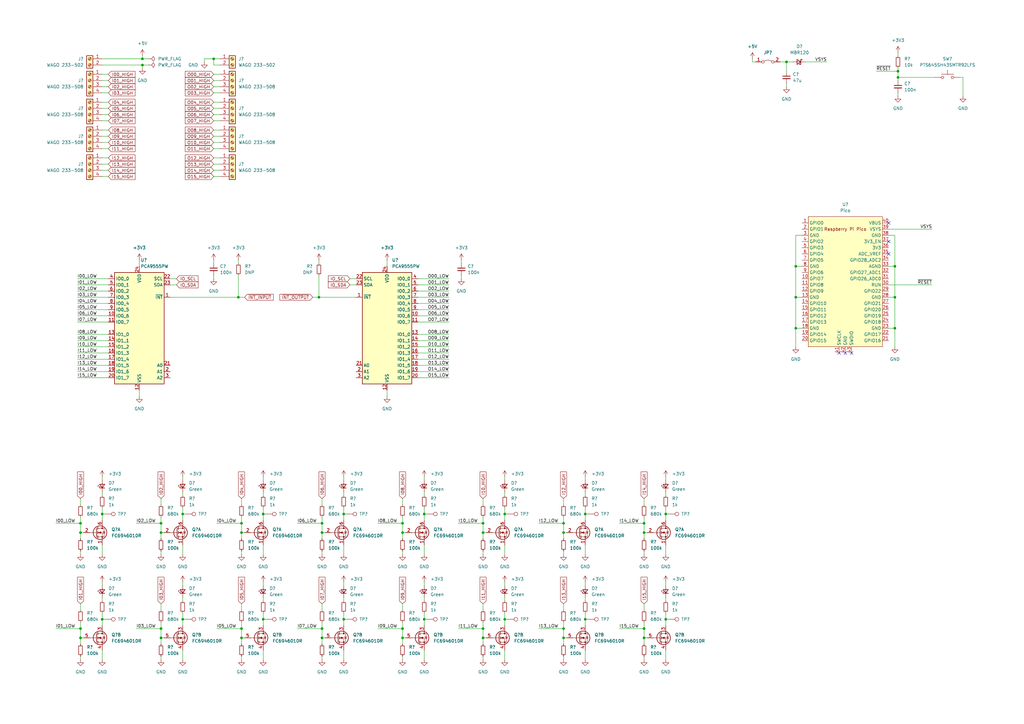
<source format=kicad_sch>
(kicad_sch (version 20211123) (generator eeschema)
  (paper "A3")
  (title_block (title "Poppy Logic Controller - IO Board") (date "2022-04-01") (rev "Unreleased"))
  (junction (at 173.99 254))
  (junction (at 231.14 257.81))
  (junction (at 367.03 134.62))
  (junction (at 107.95 210.82))
  (junction (at 273.05 254))
  (junction (at 66.04 218.44))
  (junction (at 132.08 257.81))
  (junction (at 132.08 214.63))
  (junction (at 198.12 218.44))
  (junction (at 66.04 257.81))
  (junction (at 87.63 24.13))
  (junction (at 273.05 210.82))
  (junction (at 130.81 121.92))
  (junction (at 165.1 257.81))
  (junction (at 99.06 218.44))
  (junction (at 240.03 210.82))
  (junction (at 140.97 210.82))
  (junction (at 97.79 121.92))
  (junction (at 132.08 218.44))
  (junction (at 132.08 261.62))
  (junction (at 165.1 261.62))
  (junction (at 33.02 214.63))
  (junction (at 140.97 254))
  (junction (at 231.14 214.63))
  (junction (at 240.03 254))
  (junction (at 198.12 257.81))
  (junction (at 107.95 254))
  (junction (at 33.02 218.44))
  (junction (at 58.42 24.13))
  (junction (at 74.93 210.82))
  (junction (at 264.16 261.62))
  (junction (at 165.1 218.44))
  (junction (at 33.02 257.81))
  (junction (at 198.12 214.63))
  (junction (at 231.14 261.62))
  (junction (at 264.16 257.81))
  (junction (at 231.14 218.44))
  (junction (at 326.39 134.62))
  (junction (at 66.04 214.63))
  (junction (at 41.91 210.82))
  (junction (at 264.16 214.63))
  (junction (at 58.42 26.67))
  (junction (at 326.39 109.22))
  (junction (at 367.03 121.92))
  (junction (at 74.93 254))
  (junction (at 368.3 31.75))
  (junction (at 66.04 261.62))
  (junction (at 264.16 218.44))
  (junction (at 99.06 214.63))
  (junction (at 326.39 121.92))
  (junction (at 173.99 210.82))
  (junction (at 33.02 261.62))
  (junction (at 99.06 261.62))
  (junction (at 322.58 25.4))
  (junction (at 207.01 210.82))
  (junction (at 41.91 254))
  (junction (at 198.12 261.62))
  (junction (at 367.03 109.22))
  (junction (at 165.1 214.63))
  (junction (at 207.01 254))
  (junction (at 99.06 257.81))
  (junction (at 368.3 29.21))
  (no_connect (at 364.49 91.44))
  (no_connect (at 349.25 144.78))
  (no_connect (at 344.17 144.78))
  (no_connect (at 346.71 144.78))
  (no_connect (at 364.49 99.06))
  (no_connect (at 364.49 104.14))
  (wire (pts (xy 326.39 96.52) (xy 326.39 109.22)))
  (wire (pts (xy 132.08 247.65) (xy 132.08 250.19)))
  (wire (pts (xy 173.99 254) (xy 173.99 256.54)))
  (wire (pts (xy 264.16 218.44) (xy 264.16 220.98)))
  (wire (pts (xy 31.75 132.08) (xy 44.45 132.08)))
  (wire (pts (xy 171.45 132.08) (xy 184.15 132.08)))
  (wire (pts (xy 97.79 113.03) (xy 97.79 121.92)))
  (wire (pts (xy 87.63 26.67) (xy 87.63 24.13)))
  (wire (pts (xy 308.61 25.4) (xy 308.61 24.13)))
  (wire (pts (xy 198.12 204.47) (xy 198.12 207.01)))
  (wire (pts (xy 87.63 58.42) (xy 90.17 58.42)))
  (wire (pts (xy 240.03 245.11) (xy 240.03 246.38)))
  (wire (pts (xy 326.39 134.62) (xy 328.93 134.62)))
  (wire (pts (xy 264.16 247.65) (xy 264.16 250.19)))
  (wire (pts (xy 173.99 251.46) (xy 173.99 254)))
  (wire (pts (xy 171.45 119.38) (xy 184.15 119.38)))
  (wire (pts (xy 121.92 214.63) (xy 132.08 214.63)))
  (wire (pts (xy 309.88 25.4) (xy 308.61 25.4)))
  (wire (pts (xy 41.91 208.28) (xy 41.91 210.82)))
  (wire (pts (xy 66.04 214.63) (xy 66.04 218.44)))
  (wire (pts (xy 41.91 26.67) (xy 58.42 26.67)))
  (wire (pts (xy 99.06 226.06) (xy 99.06 227.33)))
  (wire (pts (xy 231.14 261.62) (xy 231.14 264.16)))
  (wire (pts (xy 121.92 257.81) (xy 132.08 257.81)))
  (wire (pts (xy 171.45 116.84) (xy 184.15 116.84)))
  (wire (pts (xy 99.06 261.62) (xy 99.06 264.16)))
  (wire (pts (xy 130.81 121.92) (xy 146.05 121.92)))
  (wire (pts (xy 132.08 226.06) (xy 132.08 227.33)))
  (wire (pts (xy 140.97 251.46) (xy 140.97 254)))
  (wire (pts (xy 171.45 121.92) (xy 184.15 121.92)))
  (wire (pts (xy 240.03 254) (xy 240.03 256.54)))
  (wire (pts (xy 31.75 152.4) (xy 44.45 152.4)))
  (wire (pts (xy 368.3 31.75) (xy 368.3 33.02)))
  (wire (pts (xy 33.02 269.24) (xy 33.02 270.51)))
  (wire (pts (xy 66.04 255.27) (xy 66.04 257.81)))
  (wire (pts (xy 74.93 254) (xy 74.93 256.54)))
  (wire (pts (xy 326.39 121.92) (xy 326.39 134.62)))
  (wire (pts (xy 58.42 24.13) (xy 60.96 24.13)))
  (wire (pts (xy 41.91 55.88) (xy 44.45 55.88)))
  (wire (pts (xy 41.91 38.1) (xy 44.45 38.1)))
  (wire (pts (xy 74.93 195.58) (xy 74.93 196.85)))
  (wire (pts (xy 173.99 208.28) (xy 173.99 210.82)))
  (wire (pts (xy 173.99 201.93) (xy 173.99 203.2)))
  (wire (pts (xy 364.49 121.92) (xy 367.03 121.92)))
  (wire (pts (xy 171.45 144.78) (xy 184.15 144.78)))
  (wire (pts (xy 140.97 254) (xy 142.24 254)))
  (wire (pts (xy 66.04 226.06) (xy 66.04 227.33)))
  (wire (pts (xy 31.75 121.92) (xy 44.45 121.92)))
  (wire (pts (xy 69.85 114.3) (xy 72.39 114.3)))
  (wire (pts (xy 367.03 96.52) (xy 367.03 109.22)))
  (wire (pts (xy 367.03 121.92) (xy 367.03 134.62)))
  (wire (pts (xy 264.16 214.63) (xy 264.16 218.44)))
  (wire (pts (xy 198.12 261.62) (xy 199.39 261.62)))
  (wire (pts (xy 31.75 124.46) (xy 44.45 124.46)))
  (wire (pts (xy 207.01 251.46) (xy 207.01 254)))
  (wire (pts (xy 264.16 261.62) (xy 264.16 264.16)))
  (wire (pts (xy 88.9 257.81) (xy 99.06 257.81)))
  (wire (pts (xy 171.45 139.7) (xy 184.15 139.7)))
  (wire (pts (xy 394.97 39.37) (xy 394.97 31.75)))
  (wire (pts (xy 55.88 257.81) (xy 66.04 257.81)))
  (wire (pts (xy 41.91 238.76) (xy 41.91 240.03)))
  (wire (pts (xy 74.93 210.82) (xy 74.93 213.36)))
  (wire (pts (xy 240.03 210.82) (xy 240.03 213.36)))
  (wire (pts (xy 22.86 257.81) (xy 33.02 257.81)))
  (wire (pts (xy 41.91 266.7) (xy 41.91 270.51)))
  (wire (pts (xy 198.12 226.06) (xy 198.12 227.33)))
  (wire (pts (xy 140.97 201.93) (xy 140.97 203.2)))
  (wire (pts (xy 146.05 114.3) (xy 143.51 114.3)))
  (wire (pts (xy 322.58 25.4) (xy 325.12 25.4)))
  (wire (pts (xy 87.63 69.85) (xy 90.17 69.85)))
  (wire (pts (xy 33.02 204.47) (xy 33.02 207.01)))
  (wire (pts (xy 171.45 137.16) (xy 184.15 137.16)))
  (wire (pts (xy 66.04 204.47) (xy 66.04 207.01)))
  (wire (pts (xy 74.93 210.82) (xy 76.2 210.82)))
  (wire (pts (xy 66.04 257.81) (xy 66.04 261.62)))
  (wire (pts (xy 273.05 254) (xy 273.05 256.54)))
  (wire (pts (xy 99.06 214.63) (xy 99.06 218.44)))
  (wire (pts (xy 107.95 223.52) (xy 107.95 227.33)))
  (wire (pts (xy 198.12 218.44) (xy 198.12 220.98)))
  (wire (pts (xy 87.63 38.1) (xy 90.17 38.1)))
  (wire (pts (xy 41.91 33.02) (xy 44.45 33.02)))
  (wire (pts (xy 132.08 214.63) (xy 132.08 218.44)))
  (wire (pts (xy 364.49 96.52) (xy 367.03 96.52)))
  (wire (pts (xy 320.04 25.4) (xy 322.58 25.4)))
  (wire (pts (xy 33.02 226.06) (xy 33.02 227.33)))
  (wire (pts (xy 99.06 261.62) (xy 100.33 261.62)))
  (wire (pts (xy 173.99 223.52) (xy 173.99 227.33)))
  (wire (pts (xy 33.02 218.44) (xy 34.29 218.44)))
  (wire (pts (xy 165.1 214.63) (xy 165.1 218.44)))
  (wire (pts (xy 273.05 245.11) (xy 273.05 246.38)))
  (wire (pts (xy 57.15 160.02) (xy 57.15 162.56)))
  (wire (pts (xy 165.1 226.06) (xy 165.1 227.33)))
  (wire (pts (xy 87.63 44.45) (xy 90.17 44.45)))
  (wire (pts (xy 74.93 208.28) (xy 74.93 210.82)))
  (wire (pts (xy 240.03 223.52) (xy 240.03 227.33)))
  (wire (pts (xy 240.03 208.28) (xy 240.03 210.82)))
  (wire (pts (xy 87.63 26.67) (xy 90.17 26.67)))
  (wire (pts (xy 41.91 251.46) (xy 41.91 254)))
  (wire (pts (xy 41.91 210.82) (xy 43.18 210.82)))
  (wire (pts (xy 107.95 245.11) (xy 107.95 246.38)))
  (wire (pts (xy 41.91 46.99) (xy 44.45 46.99)))
  (wire (pts (xy 31.75 129.54) (xy 44.45 129.54)))
  (wire (pts (xy 31.75 119.38) (xy 44.45 119.38)))
  (wire (pts (xy 231.14 257.81) (xy 231.14 261.62)))
  (wire (pts (xy 364.49 134.62) (xy 367.03 134.62)))
  (wire (pts (xy 207.01 210.82) (xy 208.28 210.82)))
  (wire (pts (xy 87.63 113.03) (xy 87.63 114.3)))
  (wire (pts (xy 66.04 247.65) (xy 66.04 250.19)))
  (wire (pts (xy 189.23 106.68) (xy 189.23 107.95)))
  (wire (pts (xy 66.04 218.44) (xy 67.31 218.44)))
  (wire (pts (xy 132.08 257.81) (xy 132.08 261.62)))
  (wire (pts (xy 173.99 210.82) (xy 175.26 210.82)))
  (wire (pts (xy 66.04 261.62) (xy 66.04 264.16)))
  (wire (pts (xy 198.12 247.65) (xy 198.12 250.19)))
  (wire (pts (xy 132.08 261.62) (xy 132.08 264.16)))
  (wire (pts (xy 31.75 114.3) (xy 44.45 114.3)))
  (wire (pts (xy 264.16 255.27) (xy 264.16 257.81)))
  (wire (pts (xy 132.08 218.44) (xy 133.35 218.44)))
  (wire (pts (xy 33.02 247.65) (xy 33.02 250.19)))
  (wire (pts (xy 41.91 24.13) (xy 58.42 24.13)))
  (wire (pts (xy 107.95 254) (xy 107.95 256.54)))
  (wire (pts (xy 158.75 106.68) (xy 158.75 109.22)))
  (wire (pts (xy 99.06 204.47) (xy 99.06 207.01)))
  (wire (pts (xy 66.04 261.62) (xy 67.31 261.62)))
  (wire (pts (xy 240.03 266.7) (xy 240.03 270.51)))
  (wire (pts (xy 107.95 195.58) (xy 107.95 196.85)))
  (wire (pts (xy 74.93 245.11) (xy 74.93 246.38)))
  (wire (pts (xy 198.12 261.62) (xy 198.12 264.16)))
  (wire (pts (xy 231.14 247.65) (xy 231.14 250.19)))
  (wire (pts (xy 198.12 257.81) (xy 198.12 261.62)))
  (wire (pts (xy 99.06 257.81) (xy 99.06 261.62)))
  (wire (pts (xy 198.12 255.27) (xy 198.12 257.81)))
  (wire (pts (xy 31.75 142.24) (xy 44.45 142.24)))
  (wire (pts (xy 240.03 210.82) (xy 241.3 210.82)))
  (wire (pts (xy 364.49 116.84) (xy 382.27 116.84)))
  (wire (pts (xy 99.06 247.65) (xy 99.06 250.19)))
  (wire (pts (xy 198.12 214.63) (xy 198.12 218.44)))
  (wire (pts (xy 140.97 195.58) (xy 140.97 196.85)))
  (wire (pts (xy 240.03 195.58) (xy 240.03 196.85)))
  (wire (pts (xy 41.91 201.93) (xy 41.91 203.2)))
  (wire (pts (xy 231.14 218.44) (xy 231.14 220.98)))
  (wire (pts (xy 207.01 210.82) (xy 207.01 213.36)))
  (wire (pts (xy 87.63 35.56) (xy 90.17 35.56)))
  (wire (pts (xy 140.97 223.52) (xy 140.97 227.33)))
  (wire (pts (xy 165.1 204.47) (xy 165.1 207.01)))
  (wire (pts (xy 107.95 251.46) (xy 107.95 254)))
  (wire (pts (xy 97.79 121.92) (xy 100.33 121.92)))
  (wire (pts (xy 364.49 109.22) (xy 367.03 109.22)))
  (wire (pts (xy 165.1 257.81) (xy 165.1 261.62)))
  (wire (pts (xy 69.85 121.92) (xy 97.79 121.92)))
  (wire (pts (xy 41.91 210.82) (xy 41.91 213.36)))
  (wire (pts (xy 55.88 214.63) (xy 66.04 214.63)))
  (wire (pts (xy 99.06 212.09) (xy 99.06 214.63)))
  (wire (pts (xy 207.01 266.7) (xy 207.01 270.51)))
  (wire (pts (xy 130.81 106.68) (xy 130.81 107.95)))
  (wire (pts (xy 87.63 106.68) (xy 87.63 107.95)))
  (wire (pts (xy 264.16 269.24) (xy 264.16 270.51)))
  (wire (pts (xy 364.49 93.98) (xy 382.27 93.98)))
  (wire (pts (xy 198.12 269.24) (xy 198.12 270.51)))
  (wire (pts (xy 165.1 212.09) (xy 165.1 214.63)))
  (wire (pts (xy 273.05 238.76) (xy 273.05 240.03)))
  (wire (pts (xy 97.79 106.68) (xy 97.79 107.95)))
  (wire (pts (xy 264.16 257.81) (xy 264.16 261.62)))
  (wire (pts (xy 41.91 30.48) (xy 44.45 30.48)))
  (wire (pts (xy 74.93 254) (xy 76.2 254)))
  (wire (pts (xy 87.63 64.77) (xy 90.17 64.77)))
  (wire (pts (xy 33.02 255.27) (xy 33.02 257.81)))
  (wire (pts (xy 41.91 72.39) (xy 44.45 72.39)))
  (wire (pts (xy 273.05 195.58) (xy 273.05 196.85)))
  (wire (pts (xy 33.02 212.09) (xy 33.02 214.63)))
  (wire (pts (xy 41.91 195.58) (xy 41.91 196.85)))
  (wire (pts (xy 368.3 27.94) (xy 368.3 29.21)))
  (wire (pts (xy 273.05 266.7) (xy 273.05 270.51)))
  (wire (pts (xy 231.14 261.62) (xy 232.41 261.62)))
  (wire (pts (xy 99.06 269.24) (xy 99.06 270.51)))
  (wire (pts (xy 87.63 72.39) (xy 90.17 72.39)))
  (wire (pts (xy 322.58 25.4) (xy 322.58 29.21)))
  (wire (pts (xy 88.9 214.63) (xy 99.06 214.63)))
  (wire (pts (xy 158.75 160.02) (xy 158.75 162.56)))
  (wire (pts (xy 41.91 35.56) (xy 44.45 35.56)))
  (wire (pts (xy 41.91 41.91) (xy 44.45 41.91)))
  (wire (pts (xy 132.08 218.44) (xy 132.08 220.98)))
  (wire (pts (xy 165.1 218.44) (xy 166.37 218.44)))
  (wire (pts (xy 140.97 208.28) (xy 140.97 210.82)))
  (wire (pts (xy 273.05 210.82) (xy 273.05 213.36)))
  (wire (pts (xy 132.08 255.27) (xy 132.08 257.81)))
  (wire (pts (xy 165.1 218.44) (xy 165.1 220.98)))
  (wire (pts (xy 69.85 116.84) (xy 72.39 116.84)))
  (wire (pts (xy 130.81 113.03) (xy 130.81 121.92)))
  (wire (pts (xy 326.39 109.22) (xy 326.39 121.92)))
  (wire (pts (xy 41.91 223.52) (xy 41.91 227.33)))
  (wire (pts (xy 140.97 238.76) (xy 140.97 240.03)))
  (wire (pts (xy 132.08 269.24) (xy 132.08 270.51)))
  (wire (pts (xy 328.93 96.52) (xy 326.39 96.52)))
  (wire (pts (xy 173.99 195.58) (xy 173.99 196.85)))
  (wire (pts (xy 264.16 261.62) (xy 265.43 261.62)))
  (wire (pts (xy 264.16 218.44) (xy 265.43 218.44)))
  (wire (pts (xy 231.14 226.06) (xy 231.14 227.33)))
  (wire (pts (xy 107.95 266.7) (xy 107.95 270.51)))
  (wire (pts (xy 87.63 46.99) (xy 90.17 46.99)))
  (wire (pts (xy 273.05 201.93) (xy 273.05 203.2)))
  (wire (pts (xy 74.93 251.46) (xy 74.93 254)))
  (wire (pts (xy 107.95 210.82) (xy 107.95 213.36)))
  (wire (pts (xy 368.3 38.1) (xy 368.3 39.37)))
  (wire (pts (xy 173.99 266.7) (xy 173.99 270.51)))
  (wire (pts (xy 207.01 238.76) (xy 207.01 240.03)))
  (wire (pts (xy 171.45 127) (xy 184.15 127)))
  (wire (pts (xy 171.45 114.3) (xy 184.15 114.3)))
  (wire (pts (xy 207.01 201.93) (xy 207.01 203.2)))
  (wire (pts (xy 231.14 218.44) (xy 232.41 218.44)))
  (wire (pts (xy 359.41 29.21) (xy 368.3 29.21)))
  (wire (pts (xy 41.91 49.53) (xy 44.45 49.53)))
  (wire (pts (xy 240.03 238.76) (xy 240.03 240.03)))
  (wire (pts (xy 74.93 266.7) (xy 74.93 270.51)))
  (wire (pts (xy 207.01 254) (xy 208.28 254)))
  (wire (pts (xy 171.45 129.54) (xy 184.15 129.54)))
  (wire (pts (xy 154.94 257.81) (xy 165.1 257.81)))
  (wire (pts (xy 207.01 254) (xy 207.01 256.54)))
  (wire (pts (xy 173.99 254) (xy 175.26 254)))
  (wire (pts (xy 173.99 210.82) (xy 173.99 213.36)))
  (wire (pts (xy 132.08 212.09) (xy 132.08 214.63)))
  (wire (pts (xy 326.39 109.22) (xy 328.93 109.22)))
  (wire (pts (xy 330.2 25.4) (xy 339.09 25.4)))
  (wire (pts (xy 33.02 261.62) (xy 34.29 261.62)))
  (wire (pts (xy 74.93 223.52) (xy 74.93 227.33)))
  (wire (pts (xy 240.03 254) (xy 241.3 254)))
  (wire (pts (xy 31.75 144.78) (xy 44.45 144.78)))
  (wire (pts (xy 87.63 49.53) (xy 90.17 49.53)))
  (wire (pts (xy 165.1 269.24) (xy 165.1 270.51)))
  (wire (pts (xy 58.42 26.67) (xy 58.42 27.94)))
  (wire (pts (xy 99.06 255.27) (xy 99.06 257.81)))
  (wire (pts (xy 83.82 24.13) (xy 83.82 25.4)))
  (wire (pts (xy 231.14 255.27) (xy 231.14 257.81)))
  (wire (pts (xy 231.14 269.24) (xy 231.14 270.51)))
  (wire (pts (xy 264.16 226.06) (xy 264.16 227.33)))
  (wire (pts (xy 87.63 24.13) (xy 90.17 24.13)))
  (wire (pts (xy 264.16 212.09) (xy 264.16 214.63)))
  (wire (pts (xy 140.97 210.82) (xy 140.97 213.36)))
  (wire (pts (xy 198.12 218.44) (xy 199.39 218.44)))
  (wire (pts (xy 22.86 214.63) (xy 33.02 214.63)))
  (wire (pts (xy 231.14 214.63) (xy 231.14 218.44)))
  (wire (pts (xy 107.95 201.93) (xy 107.95 203.2)))
  (wire (pts (xy 207.01 195.58) (xy 207.01 196.85)))
  (wire (pts (xy 132.08 261.62) (xy 133.35 261.62)))
  (wire (pts (xy 198.12 212.09) (xy 198.12 214.63)))
  (wire (pts (xy 87.63 30.48) (xy 90.17 30.48)))
  (wire (pts (xy 240.03 251.46) (xy 240.03 254)))
  (wire (pts (xy 264.16 204.47) (xy 264.16 207.01)))
  (wire (pts (xy 31.75 137.16) (xy 44.45 137.16)))
  (wire (pts (xy 41.91 67.31) (xy 44.45 67.31)))
  (wire (pts (xy 132.08 204.47) (xy 132.08 207.01)))
  (wire (pts (xy 173.99 245.11) (xy 173.99 246.38)))
  (wire (pts (xy 87.63 67.31) (xy 90.17 67.31)))
  (wire (pts (xy 220.98 214.63) (xy 231.14 214.63)))
  (wire (pts (xy 189.23 113.03) (xy 189.23 114.3)))
  (wire (pts (xy 41.91 254) (xy 41.91 256.54)))
  (wire (pts (xy 187.96 257.81) (xy 198.12 257.81)))
  (wire (pts (xy 33.02 218.44) (xy 33.02 220.98)))
  (wire (pts (xy 171.45 149.86) (xy 184.15 149.86)))
  (wire (pts (xy 87.63 24.13) (xy 83.82 24.13)))
  (wire (pts (xy 41.91 58.42) (xy 44.45 58.42)))
  (wire (pts (xy 66.04 212.09) (xy 66.04 214.63)))
  (wire (pts (xy 326.39 121.92) (xy 328.93 121.92)))
  (wire (pts (xy 326.39 134.62) (xy 326.39 142.24)))
  (wire (pts (xy 254 257.81) (xy 264.16 257.81)))
  (wire (pts (xy 107.95 208.28) (xy 107.95 210.82)))
  (wire (pts (xy 368.3 21.59) (xy 368.3 22.86)))
  (wire (pts (xy 41.91 44.45) (xy 44.45 44.45)))
  (wire (pts (xy 187.96 214.63) (xy 198.12 214.63)))
  (wire (pts (xy 140.97 266.7) (xy 140.97 270.51)))
  (wire (pts (xy 165.1 261.62) (xy 166.37 261.62)))
  (wire (pts (xy 31.75 149.86) (xy 44.45 149.86)))
  (wire (pts (xy 171.45 147.32) (xy 184.15 147.32)))
  (wire (pts (xy 99.06 218.44) (xy 100.33 218.44)))
  (wire (pts (xy 140.97 245.11) (xy 140.97 246.38)))
  (wire (pts (xy 87.63 33.02) (xy 90.17 33.02)))
  (wire (pts (xy 171.45 124.46) (xy 184.15 124.46)))
  (wire (pts (xy 87.63 41.91) (xy 90.17 41.91)))
  (wire (pts (xy 207.01 223.52) (xy 207.01 227.33)))
  (wire (pts (xy 107.95 238.76) (xy 107.95 240.03)))
  (wire (pts (xy 31.75 116.84) (xy 44.45 116.84)))
  (wire (pts (xy 31.75 127) (xy 44.45 127)))
  (wire (pts (xy 322.58 34.29) (xy 322.58 35.56)))
  (wire (pts (xy 240.03 201.93) (xy 240.03 203.2)))
  (wire (pts (xy 154.94 214.63) (xy 165.1 214.63)))
  (wire (pts (xy 31.75 139.7) (xy 44.45 139.7)))
  (wire (pts (xy 41.91 60.96) (xy 44.45 60.96)))
  (wire (pts (xy 368.3 29.21) (xy 368.3 31.75)))
  (wire (pts (xy 41.91 245.11) (xy 41.91 246.38)))
  (wire (pts (xy 254 214.63) (xy 264.16 214.63)))
  (wire (pts (xy 231.14 204.47) (xy 231.14 207.01)))
  (wire (pts (xy 31.75 154.94) (xy 44.45 154.94)))
  (wire (pts (xy 368.3 31.75) (xy 383.54 31.75)))
  (wire (pts (xy 74.93 238.76) (xy 74.93 240.03)))
  (wire (pts (xy 33.02 257.81) (xy 33.02 261.62)))
  (wire (pts (xy 231.14 212.09) (xy 231.14 214.63)))
  (wire (pts (xy 99.06 218.44) (xy 99.06 220.98)))
  (wire (pts (xy 87.63 53.34) (xy 90.17 53.34)))
  (wire (pts (xy 31.75 147.32) (xy 44.45 147.32)))
  (wire (pts (xy 171.45 152.4) (xy 184.15 152.4)))
  (wire (pts (xy 165.1 247.65) (xy 165.1 250.19)))
  (wire (pts (xy 220.98 257.81) (xy 231.14 257.81)))
  (wire (pts (xy 394.97 31.75) (xy 393.7 31.75)))
  (wire (pts (xy 207.01 208.28) (xy 207.01 210.82)))
  (wire (pts (xy 140.97 254) (xy 140.97 256.54)))
  (wire (pts (xy 128.27 121.92) (xy 130.81 121.92)))
  (wire (pts (xy 273.05 210.82) (xy 274.32 210.82)))
  (wire (pts (xy 57.15 106.68) (xy 57.15 109.22)))
  (wire (pts (xy 165.1 261.62) (xy 165.1 264.16)))
  (wire (pts (xy 41.91 69.85) (xy 44.45 69.85)))
  (wire (pts (xy 58.42 26.67) (xy 60.96 26.67)))
  (wire (pts (xy 273.05 254) (xy 274.32 254)))
  (wire (pts (xy 367.03 134.62) (xy 367.03 142.24)))
  (wire (pts (xy 107.95 210.82) (xy 109.22 210.82)))
  (wire (pts (xy 207.01 245.11) (xy 207.01 246.38)))
  (wire (pts (xy 273.05 223.52) (xy 273.05 227.33)))
  (wire (pts (xy 41.91 53.34) (xy 44.45 53.34)))
  (wire (pts (xy 33.02 261.62) (xy 33.02 264.16)))
  (wire (pts (xy 74.93 201.93) (xy 74.93 203.2)))
  (wire (pts (xy 58.42 22.86) (xy 58.42 24.13)))
  (wire (pts (xy 87.63 60.96) (xy 90.17 60.96)))
  (wire (pts (xy 367.03 109.22) (xy 367.03 121.92)))
  (wire (pts (xy 165.1 255.27) (xy 165.1 257.81)))
  (wire (pts (xy 41.91 254) (xy 43.18 254)))
  (wire (pts (xy 66.04 269.24) (xy 66.04 270.51)))
  (wire (pts (xy 140.97 210.82) (xy 142.24 210.82)))
  (wire (pts (xy 273.05 208.28) (xy 273.05 210.82)))
  (wire (pts (xy 171.45 142.24) (xy 184.15 142.24)))
  (wire (pts (xy 171.45 154.94) (xy 184.15 154.94)))
  (wire (pts (xy 87.63 55.88) (xy 90.17 55.88)))
  (wire (pts (xy 107.95 254) (xy 109.22 254)))
  (wire (pts (xy 146.05 116.84) (xy 143.51 116.84)))
  (wire (pts (xy 41.91 64.77) (xy 44.45 64.77)))
  (wire (pts (xy 66.04 218.44) (xy 66.04 220.98)))
  (wire (pts (xy 173.99 238.76) (xy 173.99 240.03)))
  (wire (pts (xy 33.02 214.63) (xy 33.02 218.44)))
  (wire (pts (xy 273.05 251.46) (xy 273.05 254)))
  (label "O01_LOW" (at 184.15 116.84 180))
  (label "O03_LOW" (at 184.15 121.92 180))
  (label "O07_LOW" (at 184.15 132.08 180))
  (label "I03_LOW" (at 55.88 257.81 0))
  (label "I07_LOW" (at 121.92 257.81 0))
  (label "O15_LOW" (at 184.15 154.94 180))
  (label "I01_LOW" (at 31.75 116.84 0))
  (label "I12_LOW" (at 31.75 147.32 0))
  (label "~{RESET}" (at 359.41 29.21 0))
  (label "O00_LOW" (at 184.15 114.3 180))
  (label "O08_LOW" (at 184.15 137.16 180))
  (label "I08_LOW" (at 154.94 214.63 0))
  (label "I02_LOW" (at 31.75 119.38 0))
  (label "O10_LOW" (at 184.15 142.24 180))
  (label "I15_LOW" (at 254 257.81 0))
  (label "I04_LOW" (at 31.75 124.46 0))
  (label "O12_LOW" (at 184.15 147.32 180))
  (label "O11_LOW" (at 184.15 144.78 180))
  (label "I14_LOW" (at 31.75 152.4 0))
  (label "I00_LOW" (at 31.75 114.3 0))
  (label "I10_LOW" (at 31.75 142.24 0))
  (label "I11_LOW" (at 187.96 257.81 0))
  (label "I02_LOW" (at 55.88 214.63 0))
  (label "I03_LOW" (at 31.75 121.92 0))
  (label "I09_LOW" (at 154.94 257.81 0))
  (label "O05_LOW" (at 184.15 127 180))
  (label "I13_LOW" (at 220.98 257.81 0))
  (label "I06_LOW" (at 121.92 214.63 0))
  (label "O06_LOW" (at 184.15 129.54 180))
  (label "I09_LOW" (at 31.75 139.7 0))
  (label "I13_LOW" (at 31.75 149.86 0))
  (label "I01_LOW" (at 22.86 257.81 0))
  (label "O13_LOW" (at 184.15 149.86 180))
  (label "I07_LOW" (at 31.75 132.08 0))
  (label "I00_LOW" (at 22.86 214.63 0))
  (label "I15_LOW" (at 31.75 154.94 0))
  (label "O02_LOW" (at 184.15 119.38 180))
  (label "I06_LOW" (at 31.75 129.54 0))
  (label "O04_LOW" (at 184.15 124.46 180))
  (label "I08_LOW" (at 31.75 137.16 0))
  (label "I04_LOW" (at 88.9 214.63 0))
  (label "I05_LOW" (at 88.9 257.81 0))
  (label "I10_LOW" (at 187.96 214.63 0))
  (label "VSYS" (at 339.09 25.4 180))
  (label "I14_LOW" (at 254 214.63 0))
  (label "I11_LOW" (at 31.75 144.78 0))
  (label "O14_LOW" (at 184.15 152.4 180))
  (label "~{RESET}" (at 382.27 116.84 180))
  (label "O09_LOW" (at 184.15 139.7 180))
  (label "I05_LOW" (at 31.75 127 0))
  (label "I12_LOW" (at 220.98 214.63 0))
  (label "VSYS" (at 382.27 93.98 180))
  (global_label "O04_HIGH" (shape input) (at 87.63 41.91 180) (property "Intersheet References" "${INTERSHEET_REFS}" (effects hide)))
  (global_label "I13_HIGH" (shape input) (at 44.45 67.31 0) (property "Intersheet References" "${INTERSHEET_REFS}" (effects hide)))
  (global_label "O15_HIGH" (shape input) (at 87.63 72.39 180) (property "Intersheet References" "${INTERSHEET_REFS}" (effects hide)))
  (global_label "I15_HIGH" (shape input) (at 44.45 72.39 0) (property "Intersheet References" "${INTERSHEET_REFS}" (effects hide)))
  (global_label "I08_HIGH" (shape input) (at 44.45 53.34 0) (property "Intersheet References" "${INTERSHEET_REFS}" (effects hide)))
  (global_label "I14_HIGH" (shape input) (at 44.45 69.85 0) (property "Intersheet References" "${INTERSHEET_REFS}" (effects hide)))
  (global_label "I00_HIGH" (shape input) (at 33.02 204.47 90) (property "Intersheet References" "${INTERSHEET_REFS}" (effects hide)))
  (global_label "I15_HIGH" (shape input) (at 264.16 247.65 90) (property "Intersheet References" "${INTERSHEET_REFS}" (effects hide)))
  (global_label "O14_HIGH" (shape input) (at 87.63 69.85 180) (property "Intersheet References" "${INTERSHEET_REFS}" (effects hide)))
  (global_label "O01_HIGH" (shape input) (at 87.63 33.02 180) (property "Intersheet References" "${INTERSHEET_REFS}" (effects hide)))
  (global_label "O09_HIGH" (shape input) (at 87.63 55.88 180) (property "Intersheet References" "${INTERSHEET_REFS}" (effects hide)))
  (global_label "O00_HIGH" (shape input) (at 87.63 30.48 180) (property "Intersheet References" "${INTERSHEET_REFS}" (effects hide)))
  (global_label "I10_HIGH" (shape input) (at 44.45 58.42 0) (property "Intersheet References" "${INTERSHEET_REFS}" (effects hide)))
  (global_label "O08_HIGH" (shape input) (at 87.63 53.34 180) (property "Intersheet References" "${INTERSHEET_REFS}" (effects hide)))
  (global_label "O07_HIGH" (shape input) (at 87.63 49.53 180) (property "Intersheet References" "${INTERSHEET_REFS}" (effects hide)))
  (global_label "~{INT_INPUT}" (shape input) (at 100.33 121.92 0) (property "Intersheet References" "${INTERSHEET_REFS}" (effects hide)))
  (global_label "IO_SCL" (shape input) (at 72.39 114.3 0) (property "Intersheet References" "${INTERSHEET_REFS}" (effects hide)))
  (global_label "I04_HIGH" (shape input) (at 99.06 204.47 90) (property "Intersheet References" "${INTERSHEET_REFS}" (effects hide)))
  (global_label "IO_SCL" (shape input) (at 143.51 114.3 180) (property "Intersheet References" "${INTERSHEET_REFS}" (effects hide)))
  (global_label "I05_HIGH" (shape input) (at 99.06 247.65 90) (property "Intersheet References" "${INTERSHEET_REFS}" (effects hide)))
  (global_label "I06_HIGH" (shape input) (at 44.45 46.99 0) (property "Intersheet References" "${INTERSHEET_REFS}" (effects hide)))
  (global_label "I00_HIGH" (shape input) (at 44.45 30.48 0) (property "Intersheet References" "${INTERSHEET_REFS}" (effects hide)))
  (global_label "I03_HIGH" (shape input) (at 66.04 247.65 90) (property "Intersheet References" "${INTERSHEET_REFS}" (effects hide)))
  (global_label "I02_HIGH" (shape input) (at 44.45 35.56 0) (property "Intersheet References" "${INTERSHEET_REFS}" (effects hide)))
  (global_label "I07_HIGH" (shape input) (at 132.08 247.65 90) (property "Intersheet References" "${INTERSHEET_REFS}" (effects hide)))
  (global_label "I09_HIGH" (shape input) (at 44.45 55.88 0) (property "Intersheet References" "${INTERSHEET_REFS}" (effects hide)))
  (global_label "IO_SDA" (shape input) (at 72.39 116.84 0) (property "Intersheet References" "${INTERSHEET_REFS}" (effects hide)))
  (global_label "I09_HIGH" (shape input) (at 165.1 247.65 90) (property "Intersheet References" "${INTERSHEET_REFS}" (effects hide)))
  (global_label "I02_HIGH" (shape input) (at 66.04 204.47 90) (property "Intersheet References" "${INTERSHEET_REFS}" (effects hide)))
  (global_label "O03_HIGH" (shape input) (at 87.63 38.1 180) (property "Intersheet References" "${INTERSHEET_REFS}" (effects hide)))
  (global_label "IO_SDA" (shape input) (at 143.51 116.84 180) (property "Intersheet References" "${INTERSHEET_REFS}" (effects hide)))
  (global_label "I04_HIGH" (shape input) (at 44.45 41.91 0) (property "Intersheet References" "${INTERSHEET_REFS}" (effects hide)))
  (global_label "I07_HIGH" (shape input) (at 44.45 49.53 0) (property "Intersheet References" "${INTERSHEET_REFS}" (effects hide)))
  (global_label "O13_HIGH" (shape input) (at 87.63 67.31 180) (property "Intersheet References" "${INTERSHEET_REFS}" (effects hide)))
  (global_label "I01_HIGH" (shape input) (at 33.02 247.65 90) (property "Intersheet References" "${INTERSHEET_REFS}" (effects hide)))
  (global_label "I14_HIGH" (shape input) (at 264.16 204.47 90) (property "Intersheet References" "${INTERSHEET_REFS}" (effects hide)))
  (global_label "I01_HIGH" (shape input) (at 44.45 33.02 0) (property "Intersheet References" "${INTERSHEET_REFS}" (effects hide)))
  (global_label "O05_HIGH" (shape input) (at 87.63 44.45 180) (property "Intersheet References" "${INTERSHEET_REFS}" (effects hide)))
  (global_label "I06_HIGH" (shape input) (at 132.08 204.47 90) (property "Intersheet References" "${INTERSHEET_REFS}" (effects hide)))
  (global_label "O10_HIGH" (shape input) (at 87.63 58.42 180) (property "Intersheet References" "${INTERSHEET_REFS}" (effects hide)))
  (global_label "I12_HIGH" (shape input) (at 231.14 204.47 90) (property "Intersheet References" "${INTERSHEET_REFS}" (effects hide)))
  (global_label "I08_HIGH" (shape input) (at 165.1 204.47 90) (property "Intersheet References" "${INTERSHEET_REFS}" (effects hide)))
  (global_label "O06_HIGH" (shape input) (at 87.63 46.99 180) (property "Intersheet References" "${INTERSHEET_REFS}" (effects hide)))
  (global_label "O02_HIGH" (shape input) (at 87.63 35.56 180) (property "Intersheet References" "${INTERSHEET_REFS}" (effects hide)))
  (global_label "I12_HIGH" (shape input) (at 44.45 64.77 0) (property "Intersheet References" "${INTERSHEET_REFS}" (effects hide)))
  (global_label "I03_HIGH" (shape input) (at 44.45 38.1 0) (property "Intersheet References" "${INTERSHEET_REFS}" (effects hide)))
  (global_label "O12_HIGH" (shape input) (at 87.63 64.77 180) (property "Intersheet References" "${INTERSHEET_REFS}" (effects hide)))
  (global_label "I05_HIGH" (shape input) (at 44.45 44.45 0) (property "Intersheet References" "${INTERSHEET_REFS}" (effects hide)))
  (global_label "~{INT_OUTPUT}" (shape input) (at 128.27 121.92 180) (property "Intersheet References" "${INTERSHEET_REFS}" (effects hide)))
  (global_label "I11_HIGH" (shape input) (at 198.12 247.65 90) (property "Intersheet References" "${INTERSHEET_REFS}" (effects hide)))
  (global_label "I11_HIGH" (shape input) (at 44.45 60.96 0) (property "Intersheet References" "${INTERSHEET_REFS}" (effects hide)))
  (global_label "I13_HIGH" (shape input) (at 231.14 247.65 90) (property "Intersheet References" "${INTERSHEET_REFS}" (effects hide)))
  (global_label "I10_HIGH" (shape input) (at 198.12 204.47 90) (property "Intersheet References" "${INTERSHEET_REFS}" (effects hide)))
  (global_label "O11_HIGH" (shape input) (at 87.63 60.96 180) (property "Intersheet References" "${INTERSHEET_REFS}" (effects hide)))
  (symbol (lib_id "power:GND") (at 140.97 270.51 0) (unit 1)
    (property "Reference" "#PWR?" (effects hide))
    (property "Value" "GND" (at 140.97 275.59 0))
  )
  (symbol (lib_id "Connector:Screw_Terminal_01x04") (at 95.25 44.45 0) (unit 1)
    (property "Reference" "J?" (at 97.79 44.4499 0) (effects (justify left)))
    (property "Value" "WAGO 233-508" (at 97.79 46.9899 0) (effects (justify left)))
  )
  (symbol (lib_id "Device:R_Small") (at 231.14 209.55 0) (unit 1)
    (property "Reference" "R?" (at 233.68 208.2799 0) (effects (justify left)))
    (property "Value" "680k" (at 233.68 210.8199 0) (effects (justify left)))
  )
  (symbol (lib_id "Device:LED_Small") (at 140.97 199.39 90) (unit 1)
    (property "Reference" "D?" (at 143.51 198.12 90) (effects (justify right)))
    (property "Value" "Green" (at 143.51 200.66 90) (effects (justify right)))
  )
  (symbol (lib_id "Device:R_Small") (at 132.08 252.73 0) (unit 1)
    (property "Reference" "R?" (at 134.62 251.4599 0) (effects (justify left)))
    (property "Value" "680k" (at 134.62 253.9999 0) (effects (justify left)))
  )
  (symbol (lib_id "Device:Q_Dual_NMOS_S1G1D2S2G2D1") (at 138.43 261.62 0) (unit 2)
    (property "Reference" "Q?" (at 144.78 260.3499 0) (effects (justify left)))
    (property "Value" "FC6946010R" (at 144.78 262.8899 0) (effects (justify left)))
  )
  (symbol (lib_id "Device:R_Small") (at 41.91 205.74 0) (unit 1)
    (property "Reference" "R?" (at 44.45 204.47 0) (effects (justify left)))
    (property "Value" "1k" (at 44.45 207.01 0) (effects (justify left)))
  )
  (symbol (lib_id "Device:LED_Small") (at 173.99 242.57 90) (unit 1)
    (property "Reference" "D?" (at 176.53 241.3 90) (effects (justify right)))
    (property "Value" "Green" (at 176.53 243.84 90) (effects (justify right)))
  )
  (symbol (lib_id "power:GND") (at 158.75 162.56 0) (unit 1)
    (property "Reference" "#PWR?" (effects hide))
    (property "Value" "GND" (at 158.75 167.64 0))
  )
  (symbol (lib_id "power:GND") (at 273.05 270.51 0) (unit 1)
    (property "Reference" "#PWR?" (effects hide))
    (property "Value" "GND" (at 273.05 275.59 0))
  )
  (symbol (lib_id "Device:R_Small") (at 74.93 205.74 0) (unit 1)
    (property "Reference" "R?" (at 77.47 204.47 0) (effects (justify left)))
    (property "Value" "1k" (at 77.47 207.01 0) (effects (justify left)))
  )
  (symbol (lib_id "power:+3.3V") (at 273.05 238.76 0) (unit 1)
    (property "Reference" "#PWR?" (effects hide))
    (property "Value" "+3.3V" (at 275.59 237.49 0) (effects (justify left)))
  )
  (symbol (lib_id "power:GND") (at 264.16 270.51 0) (unit 1)
    (property "Reference" "#PWR?" (effects hide))
    (property "Value" "GND" (at 264.16 275.59 0))
  )
  (symbol (lib_id "power:GND") (at 231.14 270.51 0) (unit 1)
    (property "Reference" "#PWR?" (effects hide))
    (property "Value" "GND" (at 231.14 275.59 0))
  )
  (symbol (lib_id "Device:R_Small") (at 198.12 252.73 0) (unit 1)
    (property "Reference" "R?" (at 200.66 251.4599 0) (effects (justify left)))
    (property "Value" "680k" (at 200.66 253.9999 0) (effects (justify left)))
  )
  (symbol (lib_id "Device:R_Small") (at 165.1 223.52 0) (unit 1)
    (property "Reference" "R?" (at 167.64 222.2499 0) (effects (justify left)))
    (property "Value" "100k" (at 167.64 224.7899 0) (effects (justify left)))
  )
  (symbol (lib_id "Device:R_Small") (at 97.79 110.49 0) (unit 1)
    (property "Reference" "R?" (at 100.33 109.2199 0) (effects (justify left)))
    (property "Value" "DNP" (at 100.33 111.7599 0) (effects (justify left)))
  )
  (symbol (lib_id "Device:Q_Dual_NMOS_S1G1D2S2G2D1") (at 39.37 261.62 0) (unit 2)
    (property "Reference" "Q?" (at 45.72 260.3499 0) (effects (justify left)))
    (property "Value" "FC6946010R" (at 45.72 262.8899 0) (effects (justify left)))
  )
  (symbol (lib_id "Connector:TestPoint") (at 208.28 254 270) (unit 1)
    (property "Reference" "TP?" (at 213.36 253.9999 90) (effects (justify left)))
    (property "Value" "TestPoint" (effects hide))
  )
  (symbol (lib_id "Device:Q_Dual_NMOS_S1G1D2S2G2D1") (at 39.37 218.44 0) (unit 1)
    (property "Reference" "Q?" (at 45.72 217.1699 0) (effects (justify left)))
    (property "Value" "FC6946010R" (at 45.72 219.7099 0) (effects (justify left)))
  )
  (symbol (lib_id "Device:LED_Small") (at 207.01 242.57 90) (unit 1)
    (property "Reference" "D?" (at 209.55 241.3 90) (effects (justify right)))
    (property "Value" "Green" (at 209.55 243.84 90) (effects (justify right)))
  )
  (symbol (lib_id "Connector:Screw_Terminal_01x04") (at 95.25 55.88 0) (unit 1)
    (property "Reference" "J?" (at 97.79 55.8799 0) (effects (justify left)))
    (property "Value" "WAGO 233-508" (at 97.79 58.4199 0) (effects (justify left)))
  )
  (symbol (lib_id "Device:R_Small") (at 368.3 25.4 0) (unit 1)
    (property "Reference" "R?" (at 370.84 24.1299 0) (effects (justify left)))
    (property "Value" "10k" (at 370.84 26.6699 0) (effects (justify left)))
  )
  (symbol (lib_id "Device:R_Small") (at 41.91 248.92 0) (unit 1)
    (property "Reference" "R?" (at 44.45 247.65 0) (effects (justify left)))
    (property "Value" "1k" (at 44.45 250.19 0) (effects (justify left)))
  )
  (symbol (lib_id "power:+3.3V") (at 207.01 195.58 0) (unit 1)
    (property "Reference" "#PWR?" (effects hide))
    (property "Value" "+3.3V" (at 209.55 194.31 0) (effects (justify left)))
  )
  (symbol (lib_id "Device:Q_Dual_NMOS_S1G1D2S2G2D1") (at 171.45 218.44 0) (unit 1)
    (property "Reference" "Q?" (at 177.8 217.1699 0) (effects (justify left)))
    (property "Value" "FC6946010R" (at 177.8 219.7099 0) (effects (justify left)))
  )
  (symbol (lib_id "power:GND") (at 326.39 142.24 0) (unit 1)
    (property "Reference" "#PWR?" (effects hide))
    (property "Value" "GND" (at 326.39 147.32 0))
  )
  (symbol (lib_id "Device:R_Small") (at 33.02 266.7 0) (unit 1)
    (property "Reference" "R?" (at 35.56 265.4299 0) (effects (justify left)))
    (property "Value" "100k" (at 35.56 267.9699 0) (effects (justify left)))
  )
  (symbol (lib_id "Device:R_Small") (at 66.04 209.55 0) (unit 1)
    (property "Reference" "R?" (at 68.58 208.2799 0) (effects (justify left)))
    (property "Value" "680k" (at 68.58 210.8199 0) (effects (justify left)))
  )
  (symbol (lib_id "power:+3.3V") (at 130.81 106.68 0) (unit 1)
    (property "Reference" "#PWR?" (effects hide))
    (property "Value" "+3.3V" (at 130.81 101.6 0))
  )
  (symbol (lib_id "power:+3.3V") (at 158.75 106.68 0) (unit 1)
    (property "Reference" "#PWR?" (effects hide))
    (property "Value" "+3.3V" (at 158.75 101.6 0))
  )
  (symbol (lib_id "Device:R_Small") (at 99.06 266.7 0) (unit 1)
    (property "Reference" "R?" (at 101.6 265.4299 0) (effects (justify left)))
    (property "Value" "100k" (at 101.6 267.9699 0) (effects (justify left)))
  )
  (symbol (lib_id "Connector:TestPoint") (at 43.18 210.82 270) (unit 1)
    (property "Reference" "TP?" (at 48.26 210.8199 90) (effects (justify left)))
    (property "Value" "TestPoint" (effects hide))
  )
  (symbol (lib_id "Device:LED_Small") (at 41.91 199.39 90) (unit 1)
    (property "Reference" "D?" (at 44.45 198.12 90) (effects (justify right)))
    (property "Value" "Green" (at 44.45 200.66 90) (effects (justify right)))
  )
  (symbol (lib_id "power:GND") (at 207.01 227.33 0) (unit 1)
    (property "Reference" "#PWR?" (effects hide))
    (property "Value" "GND" (at 207.01 232.41 0))
  )
  (symbol (lib_id "power:GND") (at 189.23 114.3 0) (unit 1)
    (property "Reference" "#PWR?" (effects hide))
    (property "Value" "GND" (at 189.23 119.38 0))
  )
  (symbol (lib_id "power:+3.3V") (at 140.97 238.76 0) (unit 1)
    (property "Reference" "#PWR?" (effects hide))
    (property "Value" "+3.3V" (at 143.51 237.49 0) (effects (justify left)))
  )
  (symbol (lib_id "power:GND") (at 74.93 227.33 0) (unit 1)
    (property "Reference" "#PWR?" (effects hide))
    (property "Value" "GND" (at 74.93 232.41 0))
  )
  (symbol (lib_id "Device:Q_Dual_NMOS_S1G1D2S2G2D1") (at 270.51 261.62 0) (unit 2)
    (property "Reference" "Q?" (at 276.86 260.3499 0) (effects (justify left)))
    (property "Value" "FC6946010R" (at 276.86 262.8899 0) (effects (justify left)))
  )
  (symbol (lib_id "RPi_Pico:Pico") (at 346.71 115.57 0) (unit 1)
    (property "Reference" "U?" (at 346.71 83.82 0))
    (property "Value" "Pico" (at 346.71 86.36 0))
    (property "Footprint" "RPi_Pico:RPi_Pico_SMD_TH" (effects hide))
  )
  (symbol (lib_id "power:GND") (at 368.3 39.37 0) (unit 1)
    (property "Reference" "#PWR?" (effects hide))
    (property "Value" "~" (at 368.3 44.45 0))
  )
  (symbol (lib_id "power:GND") (at 83.82 25.4 0) (unit 1)
    (property "Reference" "#PWR?" (effects hide))
    (property "Value" "GND" (at 81.28 26.6699 0) (effects (justify right)))
  )
  (symbol (lib_id "power:GND") (at 173.99 270.51 0) (unit 1)
    (property "Reference" "#PWR?" (effects hide))
    (property "Value" "GND" (at 173.99 275.59 0))
  )
  (symbol (lib_id "Device:R_Small") (at 132.08 209.55 0) (unit 1)
    (property "Reference" "R?" (at 134.62 208.2799 0) (effects (justify left)))
    (property "Value" "680k" (at 134.62 210.8199 0) (effects (justify left)))
  )
  (symbol (lib_id "power:+3.3V") (at 41.91 238.76 0) (unit 1)
    (property "Reference" "#PWR?" (effects hide))
    (property "Value" "+3.3V" (at 44.45 237.49 0) (effects (justify left)))
  )
  (symbol (lib_id "Connector:Screw_Terminal_01x04") (at 36.83 67.31 0) (mirror y) (unit 1)
    (property "Reference" "J?" (at 34.29 67.3099 0) (effects (justify left)))
    (property "Value" "WAGO 233-508" (at 34.29 69.8499 0) (effects (justify left)))
  )
  (symbol (lib_id "power:PWR_FLAG") (at 60.96 24.13 270) (unit 1)
    (property "Reference" "#FLG?" (effects hide))
    (property "Value" "PWR_FLAG" (at 64.77 24.1299 90) (effects (justify left)))
  )
  (symbol (lib_id "Device:R_Small") (at 107.95 205.74 0) (unit 1)
    (property "Reference" "R?" (at 110.49 204.47 0) (effects (justify left)))
    (property "Value" "1k" (at 110.49 207.01 0) (effects (justify left)))
  )
  (symbol (lib_id "Device:R_Small") (at 240.03 248.92 0) (unit 1)
    (property "Reference" "R?" (at 242.57 247.65 0) (effects (justify left)))
    (property "Value" "1k" (at 242.57 250.19 0) (effects (justify left)))
  )
  (symbol (lib_id "Device:R_Small") (at 99.06 209.55 0) (unit 1)
    (property "Reference" "R?" (at 101.6 208.2799 0) (effects (justify left)))
    (property "Value" "680k" (at 101.6 210.8199 0) (effects (justify left)))
  )
  (symbol (lib_id "power:+5V") (at 58.42 22.86 0) (unit 1)
    (property "Reference" "#PWR?" (effects hide))
    (property "Value" "+5V" (at 58.42 17.78 0))
  )
  (symbol (lib_id "power:GND") (at 33.02 227.33 0) (unit 1)
    (property "Reference" "#PWR?" (effects hide))
    (property "Value" "GND" (at 33.02 232.41 0))
  )
  (symbol (lib_id "power:GND") (at 41.91 270.51 0) (unit 1)
    (property "Reference" "#PWR?" (effects hide))
    (property "Value" "GND" (at 41.91 275.59 0))
  )
  (symbol (lib_id "power:GND") (at 264.16 227.33 0) (unit 1)
    (property "Reference" "#PWR?" (effects hide))
    (property "Value" "GND" (at 264.16 232.41 0))
  )
  (symbol (lib_id "power:GND") (at 66.04 270.51 0) (unit 1)
    (property "Reference" "#PWR?" (effects hide))
    (property "Value" "GND" (at 66.04 275.59 0))
  )
  (symbol (lib_id "power:GND") (at 41.91 227.33 0) (unit 1)
    (property "Reference" "#PWR?" (effects hide))
    (property "Value" "GND" (at 41.91 232.41 0))
  )
  (symbol (lib_id "Device:R_Small") (at 165.1 252.73 0) (unit 1)
    (property "Reference" "R?" (at 167.64 251.4599 0) (effects (justify left)))
    (property "Value" "680k" (at 167.64 253.9999 0) (effects (justify left)))
  )
  (symbol (lib_id "power:+3.3V") (at 207.01 238.76 0) (unit 1)
    (property "Reference" "#PWR?" (effects hide))
    (property "Value" "+3.3V" (at 209.55 237.49 0) (effects (justify left)))
  )
  (symbol (lib_id "power:GND") (at 173.99 227.33 0) (unit 1)
    (property "Reference" "#PWR?" (effects hide))
    (property "Value" "GND" (at 173.99 232.41 0))
  )
  (symbol (lib_id "Device:R_Small") (at 264.16 266.7 0) (unit 1)
    (property "Reference" "R?" (at 266.7 265.4299 0) (effects (justify left)))
    (property "Value" "100k" (at 266.7 267.9699 0) (effects (justify left)))
  )
  (symbol (lib_id "Connector:TestPoint") (at 241.3 210.82 270) (unit 1)
    (property "Reference" "TP?" (at 246.38 210.8199 90) (effects (justify left)))
    (property "Value" "TestPoint" (effects hide))
  )
  (symbol (lib_id "Device:Q_Dual_NMOS_S1G1D2S2G2D1") (at 138.43 218.44 0) (unit 1)
    (property "Reference" "Q?" (at 144.78 217.1699 0) (effects (justify left)))
    (property "Value" "FC6946010R" (at 144.78 219.7099 0) (effects (justify left)))
  )
  (symbol (lib_id "power:+3.3V") (at 368.3 21.59 0) (unit 1)
    (property "Reference" "#PWR?" (effects hide))
    (property "Value" "~" (at 368.3 16.51 0))
  )
  (symbol (lib_id "Connector:TestPoint") (at 142.24 210.82 270) (unit 1)
    (property "Reference" "TP?" (at 147.32 210.8199 90) (effects (justify left)))
    (property "Value" "TestPoint" (effects hide))
  )
  (symbol (lib_id "Device:Q_Dual_NMOS_S1G1D2S2G2D1") (at 105.41 218.44 0) (unit 1)
    (property "Reference" "Q?" (at 111.76 217.1699 0) (effects (justify left)))
    (property "Value" "FC6946010R" (at 111.76 219.7099 0) (effects (justify left)))
  )
  (symbol (lib_id "Device:R_Small") (at 132.08 266.7 0) (unit 1)
    (property "Reference" "R?" (at 134.62 265.4299 0) (effects (justify left)))
    (property "Value" "100k" (at 134.62 267.9699 0) (effects (justify left)))
  )
  (symbol (lib_id "power:+3.3V") (at 140.97 195.58 0) (unit 1)
    (property "Reference" "#PWR?" (effects hide))
    (property "Value" "+3.3V" (at 143.51 194.31 0) (effects (justify left)))
  )
  (symbol (lib_id "power:GND") (at 165.1 270.51 0) (unit 1)
    (property "Reference" "#PWR?" (effects hide))
    (property "Value" "GND" (at 165.1 275.59 0))
  )
  (symbol (lib_id "power:GND") (at 165.1 227.33 0) (unit 1)
    (property "Reference" "#PWR?" (effects hide))
    (property "Value" "GND" (at 165.1 232.41 0))
  )
  (symbol (lib_id "Device:LED_Small") (at 107.95 199.39 90) (unit 1)
    (property "Reference" "D?" (at 110.49 198.12 90) (effects (justify right)))
    (property "Value" "Green" (at 110.49 200.66 90) (effects (justify right)))
  )
  (symbol (lib_id "Device:R_Small") (at 107.95 248.92 0) (unit 1)
    (property "Reference" "R?" (at 110.49 247.65 0) (effects (justify left)))
    (property "Value" "1k" (at 110.49 250.19 0) (effects (justify left)))
  )
  (symbol (lib_id "Device:D_Schottky_Small") (at 327.66 25.4 0) (mirror y) (unit 1)
    (property "Reference" "D?" (at 327.914 19.05 0))
    (property "Value" "MBR120" (at 327.914 21.59 0))
  )
  (symbol (lib_id "power:GND") (at 240.03 227.33 0) (unit 1)
    (property "Reference" "#PWR?" (effects hide))
    (property "Value" "GND" (at 240.03 232.41 0))
  )
  (symbol (lib_id "power:GND") (at 33.02 270.51 0) (unit 1)
    (property "Reference" "#PWR?" (effects hide))
    (property "Value" "GND" (at 33.02 275.59 0))
  )
  (symbol (lib_id "Connector:Screw_Terminal_01x04") (at 95.25 67.31 0) (unit 1)
    (property "Reference" "J?" (at 97.79 67.3099 0) (effects (justify left)))
    (property "Value" "WAGO 233-508" (at 97.79 69.8499 0) (effects (justify left)))
  )
  (symbol (lib_id "power:GND") (at 273.05 227.33 0) (unit 1)
    (property "Reference" "#PWR?" (effects hide))
    (property "Value" "GND" (at 273.05 232.41 0))
  )
  (symbol (lib_id "Device:R_Small") (at 140.97 248.92 0) (unit 1)
    (property "Reference" "R?" (at 143.51 247.65 0) (effects (justify left)))
    (property "Value" "1k" (at 143.51 250.19 0) (effects (justify left)))
  )
  (symbol (lib_id "Connector:Screw_Terminal_01x04") (at 95.25 33.02 0) (unit 1)
    (property "Reference" "J?" (at 97.79 33.0199 0) (effects (justify left)))
    (property "Value" "WAGO 233-508" (at 97.79 35.5599 0) (effects (justify left)))
  )
  (symbol (lib_id "Device:R_Small") (at 66.04 252.73 0) (unit 1)
    (property "Reference" "R?" (at 68.58 251.4599 0) (effects (justify left)))
    (property "Value" "680k" (at 68.58 253.9999 0) (effects (justify left)))
  )
  (symbol (lib_id "power:+3.3V") (at 173.99 195.58 0) (unit 1)
    (property "Reference" "#PWR?" (effects hide))
    (property "Value" "+3.3V" (at 176.53 194.31 0) (effects (justify left)))
  )
  (symbol (lib_id "power:+3.3V") (at 57.15 106.68 0) (unit 1)
    (property "Reference" "#PWR?" (effects hide))
    (property "Value" "+3.3V" (at 57.15 101.6 0))
  )
  (symbol (lib_id "power:GND") (at 198.12 270.51 0) (unit 1)
    (property "Reference" "#PWR?" (effects hide))
    (property "Value" "GND" (at 198.12 275.59 0))
  )
  (symbol (lib_id "power:GND") (at 132.08 227.33 0) (unit 1)
    (property "Reference" "#PWR?" (effects hide))
    (property "Value" "GND" (at 132.08 232.41 0))
  )
  (symbol (lib_id "power:GND") (at 322.58 35.56 0) (unit 1)
    (property "Reference" "#PWR?" (effects hide))
    (property "Value" "~" (at 322.58 40.64 0))
  )
  (symbol (lib_id "power:+5V") (at 308.61 24.13 0) (unit 1)
    (property "Reference" "#PWR?" (effects hide))
    (property "Value" "~" (at 308.61 19.05 0))
  )
  (symbol (lib_id "Connector:TestPoint") (at 109.22 210.82 270) (unit 1)
    (property "Reference" "TP?" (at 114.3 210.8199 90) (effects (justify left)))
    (property "Value" "TestPoint" (effects hide))
  )
  (symbol (lib_id "Device:R_Small") (at 165.1 266.7 0) (unit 1)
    (property "Reference" "R?" (at 167.64 265.4299 0) (effects (justify left)))
    (property "Value" "100k" (at 167.64 267.9699 0) (effects (justify left)))
  )
  (symbol (lib_id "Device:Q_Dual_NMOS_S1G1D2S2G2D1") (at 204.47 261.62 0) (unit 2)
    (property "Reference" "Q?" (at 210.82 260.3499 0) (effects (justify left)))
    (property "Value" "FC6946010R" (at 210.82 262.8899 0) (effects (justify left)))
  )
  (symbol (lib_id "power:GND") (at 198.12 227.33 0) (unit 1)
    (property "Reference" "#PWR?" (effects hide))
    (property "Value" "GND" (at 198.12 232.41 0))
  )
  (symbol (lib_id "Interface_Expansion:PCA9555PW") (at 57.15 134.62 0) (mirror y) (unit 1)
    (property "Reference" "U?" (at 57.6706 106.68 0) (effects (justify right)))
    (property "Value" "PCA9555PW" (at 57.6706 109.22 0) (effects (justify right)))
    (property "Footprint" "Package_SO:TSSOP-24_4.4x7.8mm_P0.65mm" (effects hide))
    (property "Datasheet" "https://www.nxp.com/docs/en/data-sheet/PCA9555.pdf" (effects hide))
  )
  (symbol (lib_id "Device:LED_Small") (at 240.03 242.57 90) (unit 1)
    (property "Reference" "D?" (at 242.57 241.3 90) (effects (justify right)))
    (property "Value" "Green" (at 242.57 243.84 90) (effects (justify right)))
  )
  (symbol (lib_id "Device:R_Small") (at 33.02 223.52 0) (unit 1)
    (property "Reference" "R?" (at 35.56 222.2499 0) (effects (justify left)))
    (property "Value" "100k" (at 35.56 224.7899 0) (effects (justify left)))
  )
  (symbol (lib_id "Connector:Screw_Terminal_01x02") (at 36.83 24.13 0) (mirror y) (unit 1)
    (property "Reference" "J?" (at 34.29 24.1299 0) (effects (justify left)))
    (property "Value" "WAGO 233-502" (at 34.29 26.6699 0) (effects (justify left)))
  )
  (symbol (lib_id "power:GND") (at 57.15 162.56 0) (unit 1)
    (property "Reference" "#PWR?" (effects hide))
    (property "Value" "GND" (at 57.15 167.64 0))
  )
  (symbol (lib_id "Device:R_Small") (at 33.02 209.55 0) (unit 1)
    (property "Reference" "R?" (at 35.56 208.2799 0) (effects (justify left)))
    (property "Value" "680k" (at 35.56 210.8199 0) (effects (justify left)))
  )
  (symbol (lib_id "Device:R_Small") (at 66.04 223.52 0) (unit 1)
    (property "Reference" "R?" (at 68.58 222.2499 0) (effects (justify left)))
    (property "Value" "100k" (at 68.58 224.7899 0) (effects (justify left)))
  )
  (symbol (lib_id "Device:R_Small") (at 264.16 252.73 0) (unit 1)
    (property "Reference" "R?" (at 266.7 251.4599 0) (effects (justify left)))
    (property "Value" "680k" (at 266.7 253.9999 0) (effects (justify left)))
  )
  (symbol (lib_id "Device:Q_Dual_NMOS_S1G1D2S2G2D1") (at 270.51 218.44 0) (unit 1)
    (property "Reference" "Q?" (at 276.86 217.1699 0) (effects (justify left)))
    (property "Value" "FC6946010R" (at 276.86 219.7099 0) (effects (justify left)))
  )
  (symbol (lib_id "power:GND") (at 367.03 142.24 0) (unit 1)
    (property "Reference" "#PWR?" (effects hide))
    (property "Value" "GND" (at 367.03 147.32 0))
  )
  (symbol (lib_id "Device:Q_Dual_NMOS_S1G1D2S2G2D1") (at 72.39 261.62 0) (unit 2)
    (property "Reference" "Q?" (at 78.74 260.3499 0) (effects (justify left)))
    (property "Value" "FC6946010R" (at 78.74 262.8899 0) (effects (justify left)))
  )
  (symbol (lib_id "Device:R_Small") (at 231.14 223.52 0) (unit 1)
    (property "Reference" "R?" (at 233.68 222.2499 0) (effects (justify left)))
    (property "Value" "100k" (at 233.68 224.7899 0) (effects (justify left)))
  )
  (symbol (lib_id "Device:R_Small") (at 99.06 223.52 0) (unit 1)
    (property "Reference" "R?" (at 101.6 222.2499 0) (effects (justify left)))
    (property "Value" "100k" (at 101.6 224.7899 0) (effects (justify left)))
  )
  (symbol (lib_id "Interface_Expansion:PCA9555PW") (at 158.75 134.62 0) (unit 1)
    (property "Reference" "U?" (at 160.7694 106.68 0) (effects (justify left)))
    (property "Value" "PCA9555PW" (at 160.7694 109.22 0) (effects (justify left)))
    (property "Footprint" "Package_SO:TSSOP-24_4.4x7.8mm_P0.65mm" (effects hide))
    (property "Datasheet" "https://www.nxp.com/docs/en/data-sheet/PCA9555.pdf" (effects hide))
  )
  (symbol (lib_id "power:GND") (at 394.97 39.37 0) (unit 1)
    (property "Reference" "#PWR?" (effects hide))
    (property "Value" "~" (at 394.97 44.45 0))
  )
  (symbol (lib_id "Device:R_Small") (at 173.99 248.92 0) (unit 1)
    (property "Reference" "R?" (at 176.53 247.65 0) (effects (justify left)))
    (property "Value" "1k" (at 176.53 250.19 0) (effects (justify left)))
  )
  (symbol (lib_id "power:GND") (at 66.04 227.33 0) (unit 1)
    (property "Reference" "#PWR?" (effects hide))
    (property "Value" "GND" (at 66.04 232.41 0))
  )
  (symbol (lib_id "Device:Q_Dual_NMOS_S1G1D2S2G2D1") (at 237.49 261.62 0) (unit 2)
    (property "Reference" "Q?" (at 243.84 260.3499 0) (effects (justify left)))
    (property "Value" "FC6946010R" (at 243.84 262.8899 0) (effects (justify left)))
  )
  (symbol (lib_id "Connector:TestPoint") (at 241.3 254 270) (unit 1)
    (property "Reference" "TP?" (at 246.38 253.9999 90) (effects (justify left)))
    (property "Value" "TestPoint" (effects hide))
  )
  (symbol (lib_id "Connector:TestPoint") (at 175.26 254 270) (unit 1)
    (property "Reference" "TP?" (at 180.34 253.9999 90) (effects (justify left)))
    (property "Value" "TestPoint" (effects hide))
  )
  (symbol (lib_id "power:+3.3V") (at 74.93 238.76 0) (unit 1)
    (property "Reference" "#PWR?" (effects hide))
    (property "Value" "+3.3V" (at 77.47 237.49 0) (effects (justify left)))
  )
  (symbol (lib_id "Connector:Screw_Terminal_01x04") (at 36.83 44.45 0) (mirror y) (unit 1)
    (property "Reference" "J?" (at 34.29 44.4499 0) (effects (justify left)))
    (property "Value" "WAGO 233-508" (at 34.29 46.9899 0) (effects (justify left)))
  )
  (symbol (lib_id "power:GND") (at 58.42 27.94 0) (unit 1)
    (property "Reference" "#PWR?" (effects hide))
    (property "Value" "GND" (at 58.42 33.02 0))
  )
  (symbol (lib_id "Device:R_Small") (at 74.93 248.92 0) (unit 1)
    (property "Reference" "R?" (at 77.47 247.65 0) (effects (justify left)))
    (property "Value" "1k" (at 77.47 250.19 0) (effects (justify left)))
  )
  (symbol (lib_id "power:+3.3V") (at 74.93 195.58 0) (unit 1)
    (property "Reference" "#PWR?" (effects hide))
    (property "Value" "+3.3V" (at 77.47 194.31 0) (effects (justify left)))
  )
  (symbol (lib_id "power:+3.3V") (at 173.99 238.76 0) (unit 1)
    (property "Reference" "#PWR?" (effects hide))
    (property "Value" "+3.3V" (at 176.53 237.49 0) (effects (justify left)))
  )
  (symbol (lib_id "Device:LED_Small") (at 74.93 242.57 90) (unit 1)
    (property "Reference" "D?" (at 77.47 241.3 90) (effects (justify right)))
    (property "Value" "Green" (at 77.47 243.84 90) (effects (justify right)))
  )
  (symbol (lib_id "Device:LED_Small") (at 107.95 242.57 90) (unit 1)
    (property "Reference" "D?" (at 110.49 241.3 90) (effects (justify right)))
    (property "Value" "Green" (at 110.49 243.84 90) (effects (justify right)))
  )
  (symbol (lib_id "Device:R_Small") (at 165.1 209.55 0) (unit 1)
    (property "Reference" "R?" (at 167.64 208.2799 0) (effects (justify left)))
    (property "Value" "680k" (at 167.64 210.8199 0) (effects (justify left)))
  )
  (symbol (lib_id "power:+3.3V") (at 107.95 195.58 0) (unit 1)
    (property "Reference" "#PWR?" (effects hide))
    (property "Value" "+3.3V" (at 110.49 194.31 0) (effects (justify left)))
  )
  (symbol (lib_id "power:GND") (at 231.14 227.33 0) (unit 1)
    (property "Reference" "#PWR?" (effects hide))
    (property "Value" "GND" (at 231.14 232.41 0))
  )
  (symbol (lib_id "power:+3.3V") (at 107.95 238.76 0) (unit 1)
    (property "Reference" "#PWR?" (effects hide))
    (property "Value" "+3.3V" (at 110.49 237.49 0) (effects (justify left)))
  )
  (symbol (lib_id "Device:R_Small") (at 273.05 248.92 0) (unit 1)
    (property "Reference" "R?" (at 275.59 247.65 0) (effects (justify left)))
    (property "Value" "1k" (at 275.59 250.19 0) (effects (justify left)))
  )
  (symbol (lib_id "Device:LED_Small") (at 140.97 242.57 90) (unit 1)
    (property "Reference" "D?" (at 143.51 241.3 90) (effects (justify right)))
    (property "Value" "Green" (at 143.51 243.84 90) (effects (justify right)))
  )
  (symbol (lib_id "power:GND") (at 140.97 227.33 0) (unit 1)
    (property "Reference" "#PWR?" (effects hide))
    (property "Value" "GND" (at 140.97 232.41 0))
  )
  (symbol (lib_id "power:GND") (at 74.93 270.51 0) (unit 1)
    (property "Reference" "#PWR?" (effects hide))
    (property "Value" "GND" (at 74.93 275.59 0))
  )
  (symbol (lib_id "Device:R_Small") (at 264.16 223.52 0) (unit 1)
    (property "Reference" "R?" (at 266.7 222.2499 0) (effects (justify left)))
    (property "Value" "100k" (at 266.7 224.7899 0) (effects (justify left)))
  )
  (symbol (lib_id "power:GND") (at 132.08 270.51 0) (unit 1)
    (property "Reference" "#PWR?" (effects hide))
    (property "Value" "GND" (at 132.08 275.59 0))
  )
  (symbol (lib_id "Connector:TestPoint") (at 208.28 210.82 270) (unit 1)
    (property "Reference" "TP?" (at 213.36 210.8199 90) (effects (justify left)))
    (property "Value" "TestPoint" (effects hide))
  )
  (symbol (lib_id "Jumper:Jumper_2_Bridged") (at 314.96 25.4 0) (unit 1)
    (property "Reference" "JP?" (at 314.96 21.59 0))
  )
  (symbol (lib_id "Device:R_Small") (at 198.12 223.52 0) (unit 1)
    (property "Reference" "R?" (at 200.66 222.2499 0) (effects (justify left)))
    (property "Value" "100k" (at 200.66 224.7899 0) (effects (justify left)))
  )
  (symbol (lib_id "Connector:Screw_Terminal_01x04") (at 36.83 33.02 0) (mirror y) (unit 1)
    (property "Reference" "J?" (at 34.29 33.0199 0) (effects (justify left)))
    (property "Value" "WAGO 233-508" (at 34.29 35.5599 0) (effects (justify left)))
  )
  (symbol (lib_id "Device:LED_Small") (at 74.93 199.39 90) (unit 1)
    (property "Reference" "D?" (at 77.47 198.12 90) (effects (justify right)))
    (property "Value" "Green" (at 77.47 200.66 90) (effects (justify right)))
  )
  (symbol (lib_id "Device:Q_Dual_NMOS_S1G1D2S2G2D1") (at 105.41 261.62 0) (unit 2)
    (property "Reference" "Q?" (at 111.76 260.3499 0) (effects (justify left)))
    (property "Value" "FC6946010R" (at 111.76 262.8899 0) (effects (justify left)))
  )
  (symbol (lib_id "Device:R_Small") (at 231.14 266.7 0) (unit 1)
    (property "Reference" "R?" (at 233.68 265.4299 0) (effects (justify left)))
    (property "Value" "100k" (at 233.68 267.9699 0) (effects (justify left)))
  )
  (symbol (lib_id "power:GND") (at 99.06 270.51 0) (unit 1)
    (property "Reference" "#PWR?" (effects hide))
    (property "Value" "GND" (at 99.06 275.59 0))
  )
  (symbol (lib_id "Device:C_Small") (at 368.3 35.56 0) (unit 1)
    (property "Reference" "C?" (at 370.84 34.2962 0) (effects (justify left)))
    (property "Value" "100n" (at 370.84 36.8362 0) (effects (justify left)))
  )
  (symbol (lib_id "Device:C_Small") (at 322.58 31.75 0) (unit 1)
    (property "Reference" "C?" (at 325.12 30.4862 0) (effects (justify left)))
    (property "Value" "47u" (at 325.12 33.0262 0) (effects (justify left)))
  )
  (symbol (lib_id "Device:R_Small") (at 66.04 266.7 0) (unit 1)
    (property "Reference" "R?" (at 68.58 265.4299 0) (effects (justify left)))
    (property "Value" "100k" (at 68.58 267.9699 0) (effects (justify left)))
  )
  (symbol (lib_id "Connector:TestPoint") (at 274.32 210.82 270) (unit 1)
    (property "Reference" "TP?" (at 279.4 210.8199 90) (effects (justify left)))
    (property "Value" "TestPoint" (effects hide))
  )
  (symbol (lib_id "Connector:TestPoint") (at 76.2 254 270) (unit 1)
    (property "Reference" "TP?" (at 81.28 253.9999 90) (effects (justify left)))
    (property "Value" "TestPoint" (effects hide))
  )
  (symbol (lib_id "power:+3.3V") (at 87.63 106.68 0) (unit 1)
    (property "Reference" "#PWR?" (effects hide))
    (property "Value" "+3.3V" (at 87.63 101.6 0))
  )
  (symbol (lib_id "power:PWR_FLAG") (at 60.96 26.67 270) (unit 1)
    (property "Reference" "#FLG?" (effects hide))
    (property "Value" "PWR_FLAG" (at 64.77 26.6699 90) (effects (justify left)))
  )
  (symbol (lib_id "Device:Q_Dual_NMOS_S1G1D2S2G2D1") (at 171.45 261.62 0) (unit 2)
    (property "Reference" "Q?" (at 177.8 260.3499 0) (effects (justify left)))
    (property "Value" "FC6946010R" (at 177.8 262.8899 0) (effects (justify left)))
  )
  (symbol (lib_id "Connector:Screw_Terminal_01x02") (at 95.25 24.13 0) (unit 1)
    (property "Reference" "J?" (at 97.79 24.1299 0) (effects (justify left)))
    (property "Value" "WAGO 233-502" (at 97.79 26.6699 0) (effects (justify left)))
  )
  (symbol (lib_id "Device:R_Small") (at 132.08 223.52 0) (unit 1)
    (property "Reference" "R?" (at 134.62 222.2499 0) (effects (justify left)))
    (property "Value" "100k" (at 134.62 224.7899 0) (effects (justify left)))
  )
  (symbol (lib_id "power:GND") (at 99.06 227.33 0) (unit 1)
    (property "Reference" "#PWR?" (effects hide))
    (property "Value" "GND" (at 99.06 232.41 0))
  )
  (symbol (lib_id "Device:R_Small") (at 207.01 205.74 0) (unit 1)
    (property "Reference" "R?" (at 209.55 204.47 0) (effects (justify left)))
    (property "Value" "1k" (at 209.55 207.01 0) (effects (justify left)))
  )
  (symbol (lib_id "Connector:TestPoint") (at 175.26 210.82 270) (unit 1)
    (property "Reference" "TP?" (at 180.34 210.8199 90) (effects (justify left)))
    (property "Value" "TestPoint" (effects hide))
  )
  (symbol (lib_id "power:+3.3V") (at 189.23 106.68 0) (unit 1)
    (property "Reference" "#PWR?" (effects hide))
    (property "Value" "+3.3V" (at 189.23 101.6 0))
  )
  (symbol (lib_id "Device:Q_Dual_NMOS_S1G1D2S2G2D1") (at 204.47 218.44 0) (unit 1)
    (property "Reference" "Q?" (at 210.82 217.1699 0) (effects (justify left)))
    (property "Value" "FC6946010R" (at 210.82 219.7099 0) (effects (justify left)))
  )
  (symbol (lib_id "Connector:TestPoint") (at 109.22 254 270) (unit 1)
    (property "Reference" "TP?" (at 114.3 253.9999 90) (effects (justify left)))
    (property "Value" "TestPoint" (effects hide))
  )
  (symbol (lib_id "Device:R_Small") (at 130.81 110.49 0) (unit 1)
    (property "Reference" "R?" (at 128.27 109.2199 0) (effects (justify right)))
    (property "Value" "DNP" (at 128.27 111.7599 0) (effects (justify right)))
  )
  (symbol (lib_id "Device:R_Small") (at 231.14 252.73 0) (unit 1)
    (property "Reference" "R?" (at 233.68 251.4599 0) (effects (justify left)))
    (property "Value" "680k" (at 233.68 253.9999 0) (effects (justify left)))
  )
  (symbol (lib_id "Device:C_Small") (at 189.23 110.49 0) (unit 1)
    (property "Reference" "C?" (at 191.77 109.2262 0) (effects (justify left)))
    (property "Value" "100n" (at 191.77 111.7662 0) (effects (justify left)))
  )
  (symbol (lib_id "power:+3.3V") (at 97.79 106.68 0) (unit 1)
    (property "Reference" "#PWR?" (effects hide))
    (property "Value" "+3.3V" (at 97.79 101.6 0))
  )
  (symbol (lib_id "Device:LED_Small") (at 173.99 199.39 90) (unit 1)
    (property "Reference" "D?" (at 176.53 198.12 90) (effects (justify right)))
    (property "Value" "Green" (at 176.53 200.66 90) (effects (justify right)))
  )
  (symbol (lib_id "Device:R_Small") (at 207.01 248.92 0) (unit 1)
    (property "Reference" "R?" (at 209.55 247.65 0) (effects (justify left)))
    (property "Value" "1k" (at 209.55 250.19 0) (effects (justify left)))
  )
  (symbol (lib_id "Device:Q_Dual_NMOS_S1G1D2S2G2D1") (at 237.49 218.44 0) (unit 1)
    (property "Reference" "Q?" (at 243.84 217.1699 0) (effects (justify left)))
    (property "Value" "FC6946010R" (at 243.84 219.7099 0) (effects (justify left)))
  )
  (symbol (lib_id "Device:LED_Small") (at 273.05 199.39 90) (unit 1)
    (property "Reference" "D?" (at 275.59 198.12 90) (effects (justify right)))
    (property "Value" "Green" (at 275.59 200.66 90) (effects (justify right)))
  )
  (symbol (lib_id "Device:R_Small") (at 198.12 209.55 0) (unit 1)
    (property "Reference" "R?" (at 200.66 208.2799 0) (effects (justify left)))
    (property "Value" "680k" (at 200.66 210.8199 0) (effects (justify left)))
  )
  (symbol (lib_id "Device:R_Small") (at 198.12 266.7 0) (unit 1)
    (property "Reference" "R?" (at 200.66 265.4299 0) (effects (justify left)))
    (property "Value" "100k" (at 200.66 267.9699 0) (effects (justify left)))
  )
  (symbol (lib_id "Device:LED_Small") (at 207.01 199.39 90) (unit 1)
    (property "Reference" "D?" (at 209.55 198.12 90) (effects (justify right)))
    (property "Value" "Green" (at 209.55 200.66 90) (effects (justify right)))
  )
  (symbol (lib_id "Device:R_Small") (at 140.97 205.74 0) (unit 1)
    (property "Reference" "R?" (at 143.51 204.47 0) (effects (justify left)))
    (property "Value" "1k" (at 143.51 207.01 0) (effects (justify left)))
  )
  (symbol (lib_id "Device:R_Small") (at 264.16 209.55 0) (unit 1)
    (property "Reference" "R?" (at 266.7 208.2799 0) (effects (justify left)))
    (property "Value" "680k" (at 266.7 210.8199 0) (effects (justify left)))
  )
  (symbol (lib_id "power:GND") (at 107.95 227.33 0) (unit 1)
    (property "Reference" "#PWR?" (effects hide))
    (property "Value" "GND" (at 107.95 232.41 0))
  )
  (symbol (lib_id "Connector:TestPoint") (at 142.24 254 270) (unit 1)
    (property "Reference" "TP?" (at 147.32 253.9999 90) (effects (justify left)))
    (property "Value" "TestPoint" (effects hide))
  )
  (symbol (lib_id "power:GND") (at 87.63 114.3 0) (unit 1)
    (property "Reference" "#PWR?" (effects hide))
    (property "Value" "GND" (at 87.63 119.38 0))
  )
  (symbol (lib_id "Device:R_Small") (at 99.06 252.73 0) (unit 1)
    (property "Reference" "R?" (at 101.6 251.4599 0) (effects (justify left)))
    (property "Value" "680k" (at 101.6 253.9999 0) (effects (justify left)))
  )
  (symbol (lib_id "Device:LED_Small") (at 273.05 242.57 90) (unit 1)
    (property "Reference" "D?" (at 275.59 241.3 90) (effects (justify right)))
    (property "Value" "Green" (at 275.59 243.84 90) (effects (justify right)))
  )
  (symbol (lib_id "power:+3.3V") (at 273.05 195.58 0) (unit 1)
    (property "Reference" "#PWR?" (effects hide))
    (property "Value" "+3.3V" (at 275.59 194.31 0) (effects (justify left)))
  )
  (symbol (lib_id "Device:R_Small") (at 240.03 205.74 0) (unit 1)
    (property "Reference" "R?" (at 242.57 204.47 0) (effects (justify left)))
    (property "Value" "1k" (at 242.57 207.01 0) (effects (justify left)))
  )
  (symbol (lib_id "Connector:Screw_Terminal_01x04") (at 36.83 55.88 0) (mirror y) (unit 1)
    (property "Reference" "J?" (at 34.29 55.8799 0) (effects (justify left)))
    (property "Value" "WAGO 233-508" (at 34.29 58.4199 0) (effects (justify left)))
  )
  (symbol (lib_id "Device:LED_Small") (at 41.91 242.57 90) (unit 1)
    (property "Reference" "D?" (at 44.45 241.3 90) (effects (justify right)))
    (property "Value" "Green" (at 44.45 243.84 90) (effects (justify right)))
  )
  (symbol (lib_id "Connector:TestPoint") (at 274.32 254 270) (unit 1)
    (property "Reference" "TP?" (at 279.4 253.9999 90) (effects (justify left)))
    (property "Value" "TestPoint" (effects hide))
  )
  (symbol (lib_id "Device:R_Small") (at 33.02 252.73 0) (unit 1)
    (property "Reference" "R?" (at 35.56 251.4599 0) (effects (justify left)))
    (property "Value" "680k" (at 35.56 253.9999 0) (effects (justify left)))
  )
  (symbol (lib_id "Device:Q_Dual_NMOS_S1G1D2S2G2D1") (at 72.39 218.44 0) (unit 1)
    (property "Reference" "Q?" (at 78.74 217.1699 0) (effects (justify left)))
    (property "Value" "FC6946010R" (at 78.74 219.7099 0) (effects (justify left)))
  )
  (symbol (lib_id "power:+3.3V") (at 240.03 238.76 0) (unit 1)
    (property "Reference" "#PWR?" (effects hide))
    (property "Value" "+3.3V" (at 242.57 237.49 0) (effects (justify left)))
  )
  (symbol (lib_id "power:GND") (at 207.01 270.51 0) (unit 1)
    (property "Reference" "#PWR?" (effects hide))
    (property "Value" "GND" (at 207.01 275.59 0))
  )
  (symbol (lib_id "power:GND") (at 240.03 270.51 0) (unit 1)
    (property "Reference" "#PWR?" (effects hide))
    (property "Value" "GND" (at 240.03 275.59 0))
  )
  (symbol (lib_id "power:+3.3V") (at 240.03 195.58 0) (unit 1)
    (property "Reference" "#PWR?" (effects hide))
    (property "Value" "+3.3V" (at 242.57 194.31 0) (effects (justify left)))
  )
  (symbol (lib_id "Connector:TestPoint") (at 76.2 210.82 270) (unit 1)
    (property "Reference" "TP?" (at 81.28 210.8199 90) (effects (justify left)))
    (property "Value" "TestPoint" (effects hide))
  )
  (symbol (lib_id "Device:R_Small") (at 173.99 205.74 0) (unit 1)
    (property "Reference" "R?" (at 176.53 204.47 0) (effects (justify left)))
    (property "Value" "1k" (at 176.53 207.01 0) (effects (justify left)))
  )
  (symbol (lib_id "Device:LED_Small") (at 240.03 199.39 90) (unit 1)
    (property "Reference" "D?" (at 242.57 198.12 90) (effects (justify right)))
    (property "Value" "Green" (at 242.57 200.66 90) (effects (justify right)))
  )
  (symbol (lib_id "Device:C_Small") (at 87.63 110.49 0) (unit 1)
    (property "Reference" "C?" (at 90.17 109.2262 0) (effects (justify left)))
    (property "Value" "100n" (at 90.17 111.7662 0) (effects (justify left)))
  )
  (symbol (lib_id "power:GND") (at 107.95 270.51 0) (unit 1)
    (property "Reference" "#PWR?" (effects hide))
    (property "Value" "GND" (at 107.95 275.59 0))
  )
  (symbol (lib_id "power:+3.3V") (at 41.91 195.58 0) (unit 1)
    (property "Reference" "#PWR?" (effects hide))
    (property "Value" "+3.3V" (at 44.45 194.31 0) (effects (justify left)))
  )
  (symbol (lib_id "Switch:SW_Push") (at 388.62 31.75 0) (unit 1)
    (property "Reference" "SW?" (at 388.62 24.13 0))
    (property "Value" "PTS645SH43SMTR92LFS" (at 388.62 26.67 0))
    (property "Footprint" "Button_Switch_SMD:SW_SPST_PTS645" (effects hide))
  )
  (symbol (lib_id "Connector:TestPoint") (at 43.18 254 270) (unit 1)
    (property "Reference" "TP?" (at 48.26 253.9999 90) (effects (justify left)))
    (property "Value" "TestPoint" (effects hide))
  )
  (symbol (lib_id "Device:R_Small") (at 273.05 205.74 0) (unit 1)
    (property "Reference" "R?" (at 275.59 204.47 0) (effects (justify left)))
    (property "Value" "1k" (at 275.59 207.01 0) (effects (justify left)))
  )
)
</source>
